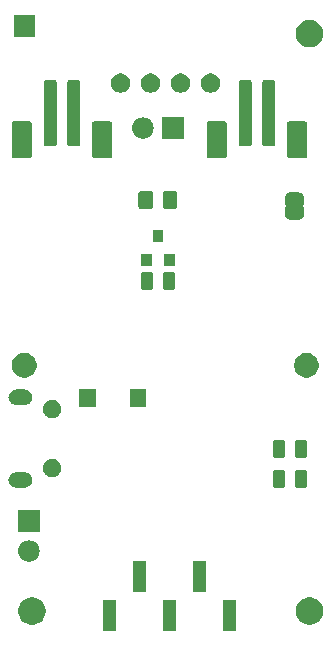
<source format=gbr>
G04 #@! TF.GenerationSoftware,KiCad,Pcbnew,(5.0.1)-4*
G04 #@! TF.CreationDate,2019-11-10T23:47:17+01:00*
G04 #@! TF.ProjectId,rak4260,72616B343236302E6B696361645F7063,0.3*
G04 #@! TF.SameCoordinates,Original*
G04 #@! TF.FileFunction,Soldermask,Bot*
G04 #@! TF.FilePolarity,Negative*
%FSLAX46Y46*%
G04 Gerber Fmt 4.6, Leading zero omitted, Abs format (unit mm)*
G04 Created by KiCad (PCBNEW (5.0.1)-4) date 10/11/2019 23:47:17*
%MOMM*%
%LPD*%
G01*
G04 APERTURE LIST*
%ADD10C,0.100000*%
G04 APERTURE END LIST*
D10*
G36*
X111295000Y-90591000D02*
X110193000Y-90591000D01*
X110193000Y-87979000D01*
X111295000Y-87979000D01*
X111295000Y-90591000D01*
X111295000Y-90591000D01*
G37*
G36*
X116375000Y-90591000D02*
X115273000Y-90591000D01*
X115273000Y-87979000D01*
X116375000Y-87979000D01*
X116375000Y-90591000D01*
X116375000Y-90591000D01*
G37*
G36*
X121455000Y-90591000D02*
X120353000Y-90591000D01*
X120353000Y-87979000D01*
X121455000Y-87979000D01*
X121455000Y-90591000D01*
X121455000Y-90591000D01*
G37*
G36*
X127970734Y-87793232D02*
X128180202Y-87879996D01*
X128368723Y-88005962D01*
X128529038Y-88166277D01*
X128655004Y-88354798D01*
X128741768Y-88564266D01*
X128786000Y-88786635D01*
X128786000Y-89013365D01*
X128741768Y-89235734D01*
X128655004Y-89445202D01*
X128529038Y-89633723D01*
X128368723Y-89794038D01*
X128180202Y-89920004D01*
X127970734Y-90006768D01*
X127748365Y-90051000D01*
X127521635Y-90051000D01*
X127299266Y-90006768D01*
X127089798Y-89920004D01*
X126901277Y-89794038D01*
X126740962Y-89633723D01*
X126614996Y-89445202D01*
X126528232Y-89235734D01*
X126484000Y-89013365D01*
X126484000Y-88786635D01*
X126528232Y-88564266D01*
X126614996Y-88354798D01*
X126740962Y-88166277D01*
X126901277Y-88005962D01*
X127089798Y-87879996D01*
X127299266Y-87793232D01*
X127521635Y-87749000D01*
X127748365Y-87749000D01*
X127970734Y-87793232D01*
X127970734Y-87793232D01*
G37*
G36*
X104475734Y-87793232D02*
X104685202Y-87879996D01*
X104873723Y-88005962D01*
X105034038Y-88166277D01*
X105160004Y-88354798D01*
X105246768Y-88564266D01*
X105291000Y-88786635D01*
X105291000Y-89013365D01*
X105246768Y-89235734D01*
X105160004Y-89445202D01*
X105034038Y-89633723D01*
X104873723Y-89794038D01*
X104685202Y-89920004D01*
X104475734Y-90006768D01*
X104253365Y-90051000D01*
X104026635Y-90051000D01*
X103804266Y-90006768D01*
X103594798Y-89920004D01*
X103406277Y-89794038D01*
X103245962Y-89633723D01*
X103119996Y-89445202D01*
X103033232Y-89235734D01*
X102989000Y-89013365D01*
X102989000Y-88786635D01*
X103033232Y-88564266D01*
X103119996Y-88354798D01*
X103245962Y-88166277D01*
X103406277Y-88005962D01*
X103594798Y-87879996D01*
X103804266Y-87793232D01*
X104026635Y-87749000D01*
X104253365Y-87749000D01*
X104475734Y-87793232D01*
X104475734Y-87793232D01*
G37*
G36*
X118915000Y-87281000D02*
X117813000Y-87281000D01*
X117813000Y-84669000D01*
X118915000Y-84669000D01*
X118915000Y-87281000D01*
X118915000Y-87281000D01*
G37*
G36*
X113835000Y-87281000D02*
X112733000Y-87281000D01*
X112733000Y-84669000D01*
X113835000Y-84669000D01*
X113835000Y-87281000D01*
X113835000Y-87281000D01*
G37*
G36*
X103996443Y-82925519D02*
X104062627Y-82932037D01*
X104175853Y-82966384D01*
X104232467Y-82983557D01*
X104371087Y-83057652D01*
X104388991Y-83067222D01*
X104424729Y-83096552D01*
X104526186Y-83179814D01*
X104609448Y-83281271D01*
X104638778Y-83317009D01*
X104638779Y-83317011D01*
X104722443Y-83473533D01*
X104722443Y-83473534D01*
X104773963Y-83643373D01*
X104791359Y-83820000D01*
X104773963Y-83996627D01*
X104739616Y-84109853D01*
X104722443Y-84166467D01*
X104648348Y-84305087D01*
X104638778Y-84322991D01*
X104609448Y-84358729D01*
X104526186Y-84460186D01*
X104424729Y-84543448D01*
X104388991Y-84572778D01*
X104388989Y-84572779D01*
X104232467Y-84656443D01*
X104191071Y-84669000D01*
X104062627Y-84707963D01*
X103996443Y-84714481D01*
X103930260Y-84721000D01*
X103841740Y-84721000D01*
X103775557Y-84714481D01*
X103709373Y-84707963D01*
X103580929Y-84669000D01*
X103539533Y-84656443D01*
X103383011Y-84572779D01*
X103383009Y-84572778D01*
X103347271Y-84543448D01*
X103245814Y-84460186D01*
X103162552Y-84358729D01*
X103133222Y-84322991D01*
X103123652Y-84305087D01*
X103049557Y-84166467D01*
X103032384Y-84109853D01*
X102998037Y-83996627D01*
X102980641Y-83820000D01*
X102998037Y-83643373D01*
X103049557Y-83473534D01*
X103049557Y-83473533D01*
X103133221Y-83317011D01*
X103133222Y-83317009D01*
X103162552Y-83281271D01*
X103245814Y-83179814D01*
X103347271Y-83096552D01*
X103383009Y-83067222D01*
X103400913Y-83057652D01*
X103539533Y-82983557D01*
X103596147Y-82966384D01*
X103709373Y-82932037D01*
X103775557Y-82925519D01*
X103841740Y-82919000D01*
X103930260Y-82919000D01*
X103996443Y-82925519D01*
X103996443Y-82925519D01*
G37*
G36*
X104787000Y-82181000D02*
X102985000Y-82181000D01*
X102985000Y-80379000D01*
X104787000Y-80379000D01*
X104787000Y-82181000D01*
X104787000Y-82181000D01*
G37*
G36*
X127293466Y-76977565D02*
X127332137Y-76989296D01*
X127367779Y-77008348D01*
X127399017Y-77033983D01*
X127424652Y-77065221D01*
X127443704Y-77100863D01*
X127455435Y-77139534D01*
X127460000Y-77185888D01*
X127460000Y-78262112D01*
X127455435Y-78308466D01*
X127443704Y-78347137D01*
X127424652Y-78382779D01*
X127399017Y-78414017D01*
X127367779Y-78439652D01*
X127332137Y-78458704D01*
X127293466Y-78470435D01*
X127247112Y-78475000D01*
X126595888Y-78475000D01*
X126549534Y-78470435D01*
X126510863Y-78458704D01*
X126475221Y-78439652D01*
X126443983Y-78414017D01*
X126418348Y-78382779D01*
X126399296Y-78347137D01*
X126387565Y-78308466D01*
X126383000Y-78262112D01*
X126383000Y-77185888D01*
X126387565Y-77139534D01*
X126399296Y-77100863D01*
X126418348Y-77065221D01*
X126443983Y-77033983D01*
X126475221Y-77008348D01*
X126510863Y-76989296D01*
X126549534Y-76977565D01*
X126595888Y-76973000D01*
X127247112Y-76973000D01*
X127293466Y-76977565D01*
X127293466Y-76977565D01*
G37*
G36*
X125418466Y-76977565D02*
X125457137Y-76989296D01*
X125492779Y-77008348D01*
X125524017Y-77033983D01*
X125549652Y-77065221D01*
X125568704Y-77100863D01*
X125580435Y-77139534D01*
X125585000Y-77185888D01*
X125585000Y-78262112D01*
X125580435Y-78308466D01*
X125568704Y-78347137D01*
X125549652Y-78382779D01*
X125524017Y-78414017D01*
X125492779Y-78439652D01*
X125457137Y-78458704D01*
X125418466Y-78470435D01*
X125372112Y-78475000D01*
X124720888Y-78475000D01*
X124674534Y-78470435D01*
X124635863Y-78458704D01*
X124600221Y-78439652D01*
X124568983Y-78414017D01*
X124543348Y-78382779D01*
X124524296Y-78347137D01*
X124512565Y-78308466D01*
X124508000Y-78262112D01*
X124508000Y-77185888D01*
X124512565Y-77139534D01*
X124524296Y-77100863D01*
X124543348Y-77065221D01*
X124568983Y-77033983D01*
X124600221Y-77008348D01*
X124635863Y-76989296D01*
X124674534Y-76977565D01*
X124720888Y-76973000D01*
X125372112Y-76973000D01*
X125418466Y-76977565D01*
X125418466Y-76977565D01*
G37*
G36*
X103570355Y-77147140D02*
X103634118Y-77153420D01*
X103715927Y-77178237D01*
X103756833Y-77190645D01*
X103853378Y-77242250D01*
X103869926Y-77251095D01*
X103969053Y-77332447D01*
X104050405Y-77431574D01*
X104050406Y-77431576D01*
X104110855Y-77544667D01*
X104110855Y-77544668D01*
X104148080Y-77667382D01*
X104160649Y-77795000D01*
X104148080Y-77922618D01*
X104123263Y-78004427D01*
X104110855Y-78045333D01*
X104057319Y-78145491D01*
X104050405Y-78158426D01*
X103969053Y-78257553D01*
X103869926Y-78338905D01*
X103869924Y-78338906D01*
X103756833Y-78399355D01*
X103715927Y-78411763D01*
X103634118Y-78436580D01*
X103570355Y-78442860D01*
X103538474Y-78446000D01*
X102774526Y-78446000D01*
X102742645Y-78442860D01*
X102678882Y-78436580D01*
X102597073Y-78411763D01*
X102556167Y-78399355D01*
X102443076Y-78338906D01*
X102443074Y-78338905D01*
X102343947Y-78257553D01*
X102262595Y-78158426D01*
X102255681Y-78145491D01*
X102202145Y-78045333D01*
X102189737Y-78004427D01*
X102164920Y-77922618D01*
X102152351Y-77795000D01*
X102164920Y-77667382D01*
X102202145Y-77544668D01*
X102202145Y-77544667D01*
X102262594Y-77431576D01*
X102262595Y-77431574D01*
X102343947Y-77332447D01*
X102443074Y-77251095D01*
X102459622Y-77242250D01*
X102556167Y-77190645D01*
X102597073Y-77178237D01*
X102678882Y-77153420D01*
X102742645Y-77147140D01*
X102774526Y-77144000D01*
X103538474Y-77144000D01*
X103570355Y-77147140D01*
X103570355Y-77147140D01*
G37*
G36*
X106082849Y-76048820D02*
X106082852Y-76048821D01*
X106082851Y-76048821D01*
X106224074Y-76107317D01*
X106224075Y-76107318D01*
X106351174Y-76192243D01*
X106459257Y-76300326D01*
X106459259Y-76300329D01*
X106544183Y-76427426D01*
X106589427Y-76536657D01*
X106602680Y-76568651D01*
X106632500Y-76718569D01*
X106632500Y-76871431D01*
X106602680Y-77021349D01*
X106602679Y-77021351D01*
X106544183Y-77162574D01*
X106544182Y-77162575D01*
X106459257Y-77289674D01*
X106351174Y-77397757D01*
X106351171Y-77397759D01*
X106224074Y-77482683D01*
X106114843Y-77527927D01*
X106082849Y-77541180D01*
X105932931Y-77571000D01*
X105780069Y-77571000D01*
X105630151Y-77541180D01*
X105598157Y-77527927D01*
X105488926Y-77482683D01*
X105361829Y-77397759D01*
X105361826Y-77397757D01*
X105253743Y-77289674D01*
X105168818Y-77162575D01*
X105168817Y-77162574D01*
X105110321Y-77021351D01*
X105110320Y-77021349D01*
X105080500Y-76871431D01*
X105080500Y-76718569D01*
X105110320Y-76568651D01*
X105123573Y-76536657D01*
X105168817Y-76427426D01*
X105253741Y-76300329D01*
X105253743Y-76300326D01*
X105361826Y-76192243D01*
X105488925Y-76107318D01*
X105488926Y-76107317D01*
X105630149Y-76048821D01*
X105630148Y-76048821D01*
X105630151Y-76048820D01*
X105780069Y-76019000D01*
X105932931Y-76019000D01*
X106082849Y-76048820D01*
X106082849Y-76048820D01*
G37*
G36*
X125418466Y-74437565D02*
X125457137Y-74449296D01*
X125492779Y-74468348D01*
X125524017Y-74493983D01*
X125549652Y-74525221D01*
X125568704Y-74560863D01*
X125580435Y-74599534D01*
X125585000Y-74645888D01*
X125585000Y-75722112D01*
X125580435Y-75768466D01*
X125568704Y-75807137D01*
X125549652Y-75842779D01*
X125524017Y-75874017D01*
X125492779Y-75899652D01*
X125457137Y-75918704D01*
X125418466Y-75930435D01*
X125372112Y-75935000D01*
X124720888Y-75935000D01*
X124674534Y-75930435D01*
X124635863Y-75918704D01*
X124600221Y-75899652D01*
X124568983Y-75874017D01*
X124543348Y-75842779D01*
X124524296Y-75807137D01*
X124512565Y-75768466D01*
X124508000Y-75722112D01*
X124508000Y-74645888D01*
X124512565Y-74599534D01*
X124524296Y-74560863D01*
X124543348Y-74525221D01*
X124568983Y-74493983D01*
X124600221Y-74468348D01*
X124635863Y-74449296D01*
X124674534Y-74437565D01*
X124720888Y-74433000D01*
X125372112Y-74433000D01*
X125418466Y-74437565D01*
X125418466Y-74437565D01*
G37*
G36*
X127293466Y-74437565D02*
X127332137Y-74449296D01*
X127367779Y-74468348D01*
X127399017Y-74493983D01*
X127424652Y-74525221D01*
X127443704Y-74560863D01*
X127455435Y-74599534D01*
X127460000Y-74645888D01*
X127460000Y-75722112D01*
X127455435Y-75768466D01*
X127443704Y-75807137D01*
X127424652Y-75842779D01*
X127399017Y-75874017D01*
X127367779Y-75899652D01*
X127332137Y-75918704D01*
X127293466Y-75930435D01*
X127247112Y-75935000D01*
X126595888Y-75935000D01*
X126549534Y-75930435D01*
X126510863Y-75918704D01*
X126475221Y-75899652D01*
X126443983Y-75874017D01*
X126418348Y-75842779D01*
X126399296Y-75807137D01*
X126387565Y-75768466D01*
X126383000Y-75722112D01*
X126383000Y-74645888D01*
X126387565Y-74599534D01*
X126399296Y-74560863D01*
X126418348Y-74525221D01*
X126443983Y-74493983D01*
X126475221Y-74468348D01*
X126510863Y-74449296D01*
X126549534Y-74437565D01*
X126595888Y-74433000D01*
X127247112Y-74433000D01*
X127293466Y-74437565D01*
X127293466Y-74437565D01*
G37*
G36*
X106082849Y-71048820D02*
X106082852Y-71048821D01*
X106082851Y-71048821D01*
X106224074Y-71107317D01*
X106349456Y-71191095D01*
X106351174Y-71192243D01*
X106459257Y-71300326D01*
X106459259Y-71300329D01*
X106544183Y-71427426D01*
X106589427Y-71536657D01*
X106602680Y-71568651D01*
X106632500Y-71718569D01*
X106632500Y-71871431D01*
X106602680Y-72021349D01*
X106602679Y-72021351D01*
X106544183Y-72162574D01*
X106544182Y-72162575D01*
X106459257Y-72289674D01*
X106351174Y-72397757D01*
X106351171Y-72397759D01*
X106224074Y-72482683D01*
X106114843Y-72527927D01*
X106082849Y-72541180D01*
X105932931Y-72571000D01*
X105780069Y-72571000D01*
X105630151Y-72541180D01*
X105598157Y-72527927D01*
X105488926Y-72482683D01*
X105361829Y-72397759D01*
X105361826Y-72397757D01*
X105253743Y-72289674D01*
X105168818Y-72162575D01*
X105168817Y-72162574D01*
X105110321Y-72021351D01*
X105110320Y-72021349D01*
X105080500Y-71871431D01*
X105080500Y-71718569D01*
X105110320Y-71568651D01*
X105123573Y-71536657D01*
X105168817Y-71427426D01*
X105253741Y-71300329D01*
X105253743Y-71300326D01*
X105361826Y-71192243D01*
X105363544Y-71191095D01*
X105488926Y-71107317D01*
X105630149Y-71048821D01*
X105630148Y-71048821D01*
X105630151Y-71048820D01*
X105780069Y-71019000D01*
X105932931Y-71019000D01*
X106082849Y-71048820D01*
X106082849Y-71048820D01*
G37*
G36*
X109534000Y-71652000D02*
X108162000Y-71652000D01*
X108162000Y-70080000D01*
X109534000Y-70080000D01*
X109534000Y-71652000D01*
X109534000Y-71652000D01*
G37*
G36*
X113834000Y-71652000D02*
X112462000Y-71652000D01*
X112462000Y-70080000D01*
X113834000Y-70080000D01*
X113834000Y-71652000D01*
X113834000Y-71652000D01*
G37*
G36*
X103570355Y-70147140D02*
X103634118Y-70153420D01*
X103715927Y-70178237D01*
X103756833Y-70190645D01*
X103856991Y-70244181D01*
X103869926Y-70251095D01*
X103969053Y-70332447D01*
X104050405Y-70431574D01*
X104050406Y-70431576D01*
X104110855Y-70544667D01*
X104110855Y-70544668D01*
X104148080Y-70667382D01*
X104160649Y-70795000D01*
X104148080Y-70922618D01*
X104123263Y-71004427D01*
X104110855Y-71045333D01*
X104077723Y-71107318D01*
X104050405Y-71158426D01*
X103969053Y-71257553D01*
X103869926Y-71338905D01*
X103869924Y-71338906D01*
X103756833Y-71399355D01*
X103715927Y-71411763D01*
X103634118Y-71436580D01*
X103570355Y-71442860D01*
X103538474Y-71446000D01*
X102774526Y-71446000D01*
X102742645Y-71442860D01*
X102678882Y-71436580D01*
X102597073Y-71411763D01*
X102556167Y-71399355D01*
X102443076Y-71338906D01*
X102443074Y-71338905D01*
X102343947Y-71257553D01*
X102262595Y-71158426D01*
X102235277Y-71107318D01*
X102202145Y-71045333D01*
X102189737Y-71004427D01*
X102164920Y-70922618D01*
X102152351Y-70795000D01*
X102164920Y-70667382D01*
X102202145Y-70544668D01*
X102202145Y-70544667D01*
X102262594Y-70431576D01*
X102262595Y-70431574D01*
X102343947Y-70332447D01*
X102443074Y-70251095D01*
X102456009Y-70244181D01*
X102556167Y-70190645D01*
X102597073Y-70178237D01*
X102678882Y-70153420D01*
X102742645Y-70147140D01*
X102774526Y-70144000D01*
X103538474Y-70144000D01*
X103570355Y-70147140D01*
X103570355Y-70147140D01*
G37*
G36*
X127687565Y-67085389D02*
X127878834Y-67164615D01*
X128050976Y-67279637D01*
X128197363Y-67426024D01*
X128312385Y-67598166D01*
X128391611Y-67789435D01*
X128432000Y-67992484D01*
X128432000Y-68199516D01*
X128391611Y-68402565D01*
X128312385Y-68593834D01*
X128197363Y-68765976D01*
X128050976Y-68912363D01*
X127878834Y-69027385D01*
X127687565Y-69106611D01*
X127484516Y-69147000D01*
X127277484Y-69147000D01*
X127074435Y-69106611D01*
X126883166Y-69027385D01*
X126711024Y-68912363D01*
X126564637Y-68765976D01*
X126449615Y-68593834D01*
X126370389Y-68402565D01*
X126330000Y-68199516D01*
X126330000Y-67992484D01*
X126370389Y-67789435D01*
X126449615Y-67598166D01*
X126564637Y-67426024D01*
X126711024Y-67279637D01*
X126883166Y-67164615D01*
X127074435Y-67085389D01*
X127277484Y-67045000D01*
X127484516Y-67045000D01*
X127687565Y-67085389D01*
X127687565Y-67085389D01*
G37*
G36*
X103787565Y-67085389D02*
X103978834Y-67164615D01*
X104150976Y-67279637D01*
X104297363Y-67426024D01*
X104412385Y-67598166D01*
X104491611Y-67789435D01*
X104532000Y-67992484D01*
X104532000Y-68199516D01*
X104491611Y-68402565D01*
X104412385Y-68593834D01*
X104297363Y-68765976D01*
X104150976Y-68912363D01*
X103978834Y-69027385D01*
X103787565Y-69106611D01*
X103584516Y-69147000D01*
X103377484Y-69147000D01*
X103174435Y-69106611D01*
X102983166Y-69027385D01*
X102811024Y-68912363D01*
X102664637Y-68765976D01*
X102549615Y-68593834D01*
X102470389Y-68402565D01*
X102430000Y-68199516D01*
X102430000Y-67992484D01*
X102470389Y-67789435D01*
X102549615Y-67598166D01*
X102664637Y-67426024D01*
X102811024Y-67279637D01*
X102983166Y-67164615D01*
X103174435Y-67085389D01*
X103377484Y-67045000D01*
X103584516Y-67045000D01*
X103787565Y-67085389D01*
X103787565Y-67085389D01*
G37*
G36*
X114242466Y-60213565D02*
X114281137Y-60225296D01*
X114316779Y-60244348D01*
X114348017Y-60269983D01*
X114373652Y-60301221D01*
X114392704Y-60336863D01*
X114404435Y-60375534D01*
X114409000Y-60421888D01*
X114409000Y-61498112D01*
X114404435Y-61544466D01*
X114392704Y-61583137D01*
X114373652Y-61618779D01*
X114348017Y-61650017D01*
X114316779Y-61675652D01*
X114281137Y-61694704D01*
X114242466Y-61706435D01*
X114196112Y-61711000D01*
X113544888Y-61711000D01*
X113498534Y-61706435D01*
X113459863Y-61694704D01*
X113424221Y-61675652D01*
X113392983Y-61650017D01*
X113367348Y-61618779D01*
X113348296Y-61583137D01*
X113336565Y-61544466D01*
X113332000Y-61498112D01*
X113332000Y-60421888D01*
X113336565Y-60375534D01*
X113348296Y-60336863D01*
X113367348Y-60301221D01*
X113392983Y-60269983D01*
X113424221Y-60244348D01*
X113459863Y-60225296D01*
X113498534Y-60213565D01*
X113544888Y-60209000D01*
X114196112Y-60209000D01*
X114242466Y-60213565D01*
X114242466Y-60213565D01*
G37*
G36*
X116117466Y-60213565D02*
X116156137Y-60225296D01*
X116191779Y-60244348D01*
X116223017Y-60269983D01*
X116248652Y-60301221D01*
X116267704Y-60336863D01*
X116279435Y-60375534D01*
X116284000Y-60421888D01*
X116284000Y-61498112D01*
X116279435Y-61544466D01*
X116267704Y-61583137D01*
X116248652Y-61618779D01*
X116223017Y-61650017D01*
X116191779Y-61675652D01*
X116156137Y-61694704D01*
X116117466Y-61706435D01*
X116071112Y-61711000D01*
X115419888Y-61711000D01*
X115373534Y-61706435D01*
X115334863Y-61694704D01*
X115299221Y-61675652D01*
X115267983Y-61650017D01*
X115242348Y-61618779D01*
X115223296Y-61583137D01*
X115211565Y-61544466D01*
X115207000Y-61498112D01*
X115207000Y-60421888D01*
X115211565Y-60375534D01*
X115223296Y-60336863D01*
X115242348Y-60301221D01*
X115267983Y-60269983D01*
X115299221Y-60244348D01*
X115334863Y-60225296D01*
X115373534Y-60213565D01*
X115419888Y-60209000D01*
X116071112Y-60209000D01*
X116117466Y-60213565D01*
X116117466Y-60213565D01*
G37*
G36*
X116209000Y-59667000D02*
X115307000Y-59667000D01*
X115307000Y-58665000D01*
X116209000Y-58665000D01*
X116209000Y-59667000D01*
X116209000Y-59667000D01*
G37*
G36*
X114309000Y-59667000D02*
X113407000Y-59667000D01*
X113407000Y-58665000D01*
X114309000Y-58665000D01*
X114309000Y-59667000D01*
X114309000Y-59667000D01*
G37*
G36*
X115259000Y-57667000D02*
X114357000Y-57667000D01*
X114357000Y-56665000D01*
X115259000Y-56665000D01*
X115259000Y-57667000D01*
X115259000Y-57667000D01*
G37*
G36*
X126627198Y-53409954D02*
X126639450Y-53410556D01*
X126657869Y-53410556D01*
X126680149Y-53412750D01*
X126764236Y-53429476D01*
X126785655Y-53435974D01*
X126864871Y-53468785D01*
X126884607Y-53479335D01*
X126955897Y-53526969D01*
X126973208Y-53541176D01*
X127033824Y-53601792D01*
X127048031Y-53619103D01*
X127095665Y-53690393D01*
X127106215Y-53710129D01*
X127139026Y-53789345D01*
X127145524Y-53810764D01*
X127162250Y-53894851D01*
X127164444Y-53917131D01*
X127164444Y-53935550D01*
X127165046Y-53947802D01*
X127166852Y-53966140D01*
X127166852Y-54453860D01*
X127165263Y-54469999D01*
X127162347Y-54479611D01*
X127157612Y-54488469D01*
X127151237Y-54496237D01*
X127138798Y-54506446D01*
X127128432Y-54513372D01*
X127111105Y-54530698D01*
X127097490Y-54551073D01*
X127088112Y-54573711D01*
X127083331Y-54597745D01*
X127083331Y-54622249D01*
X127088111Y-54646283D01*
X127097487Y-54668922D01*
X127111101Y-54689297D01*
X127128427Y-54706624D01*
X127138796Y-54713552D01*
X127151237Y-54723763D01*
X127157612Y-54731531D01*
X127162347Y-54740389D01*
X127165263Y-54750001D01*
X127166852Y-54766140D01*
X127166852Y-55253861D01*
X127165046Y-55272198D01*
X127164444Y-55284450D01*
X127164444Y-55302869D01*
X127162250Y-55325149D01*
X127145524Y-55409236D01*
X127139026Y-55430655D01*
X127106215Y-55509871D01*
X127095665Y-55529607D01*
X127048031Y-55600897D01*
X127033824Y-55618208D01*
X126973208Y-55678824D01*
X126955897Y-55693031D01*
X126884607Y-55740665D01*
X126864871Y-55751215D01*
X126785655Y-55784026D01*
X126764236Y-55790524D01*
X126680149Y-55807250D01*
X126657869Y-55809444D01*
X126639450Y-55809444D01*
X126627198Y-55810046D01*
X126608861Y-55811852D01*
X126121139Y-55811852D01*
X126102802Y-55810046D01*
X126090550Y-55809444D01*
X126072131Y-55809444D01*
X126049851Y-55807250D01*
X125965764Y-55790524D01*
X125944345Y-55784026D01*
X125865129Y-55751215D01*
X125845393Y-55740665D01*
X125774103Y-55693031D01*
X125756792Y-55678824D01*
X125696176Y-55618208D01*
X125681969Y-55600897D01*
X125634335Y-55529607D01*
X125623785Y-55509871D01*
X125590974Y-55430655D01*
X125584476Y-55409236D01*
X125567750Y-55325149D01*
X125565556Y-55302869D01*
X125565556Y-55284450D01*
X125564954Y-55272198D01*
X125563148Y-55253861D01*
X125563148Y-54766140D01*
X125564737Y-54750001D01*
X125567653Y-54740389D01*
X125572388Y-54731531D01*
X125578763Y-54723763D01*
X125591202Y-54713554D01*
X125601568Y-54706628D01*
X125618895Y-54689302D01*
X125632510Y-54668927D01*
X125641888Y-54646289D01*
X125646669Y-54622255D01*
X125646669Y-54597751D01*
X125641889Y-54573717D01*
X125632513Y-54551078D01*
X125618899Y-54530703D01*
X125601573Y-54513376D01*
X125591204Y-54506448D01*
X125578763Y-54496237D01*
X125572388Y-54488469D01*
X125567653Y-54479611D01*
X125564737Y-54469999D01*
X125563148Y-54453860D01*
X125563148Y-53966140D01*
X125564954Y-53947802D01*
X125565556Y-53935550D01*
X125565556Y-53917131D01*
X125567750Y-53894851D01*
X125584476Y-53810764D01*
X125590974Y-53789345D01*
X125623785Y-53710129D01*
X125634335Y-53690393D01*
X125681969Y-53619103D01*
X125696176Y-53601792D01*
X125756792Y-53541176D01*
X125774103Y-53526969D01*
X125845393Y-53479335D01*
X125865129Y-53468785D01*
X125944345Y-53435974D01*
X125965764Y-53429476D01*
X126049851Y-53412750D01*
X126072131Y-53410556D01*
X126090550Y-53410556D01*
X126102802Y-53409954D01*
X126121140Y-53408148D01*
X126608860Y-53408148D01*
X126627198Y-53409954D01*
X126627198Y-53409954D01*
G37*
G36*
X116287677Y-53355465D02*
X116325364Y-53366898D01*
X116360103Y-53385466D01*
X116390548Y-53410452D01*
X116415534Y-53440897D01*
X116434102Y-53475636D01*
X116445535Y-53513323D01*
X116450000Y-53558661D01*
X116450000Y-54645339D01*
X116445535Y-54690677D01*
X116434102Y-54728364D01*
X116415534Y-54763103D01*
X116390548Y-54793548D01*
X116360103Y-54818534D01*
X116325364Y-54837102D01*
X116287677Y-54848535D01*
X116242339Y-54853000D01*
X115405661Y-54853000D01*
X115360323Y-54848535D01*
X115322636Y-54837102D01*
X115287897Y-54818534D01*
X115257452Y-54793548D01*
X115232466Y-54763103D01*
X115213898Y-54728364D01*
X115202465Y-54690677D01*
X115198000Y-54645339D01*
X115198000Y-53558661D01*
X115202465Y-53513323D01*
X115213898Y-53475636D01*
X115232466Y-53440897D01*
X115257452Y-53410452D01*
X115287897Y-53385466D01*
X115322636Y-53366898D01*
X115360323Y-53355465D01*
X115405661Y-53351000D01*
X116242339Y-53351000D01*
X116287677Y-53355465D01*
X116287677Y-53355465D01*
G37*
G36*
X114237677Y-53355465D02*
X114275364Y-53366898D01*
X114310103Y-53385466D01*
X114340548Y-53410452D01*
X114365534Y-53440897D01*
X114384102Y-53475636D01*
X114395535Y-53513323D01*
X114400000Y-53558661D01*
X114400000Y-54645339D01*
X114395535Y-54690677D01*
X114384102Y-54728364D01*
X114365534Y-54763103D01*
X114340548Y-54793548D01*
X114310103Y-54818534D01*
X114275364Y-54837102D01*
X114237677Y-54848535D01*
X114192339Y-54853000D01*
X113355661Y-54853000D01*
X113310323Y-54848535D01*
X113272636Y-54837102D01*
X113237897Y-54818534D01*
X113207452Y-54793548D01*
X113182466Y-54763103D01*
X113163898Y-54728364D01*
X113152465Y-54690677D01*
X113148000Y-54645339D01*
X113148000Y-53558661D01*
X113152465Y-53513323D01*
X113163898Y-53475636D01*
X113182466Y-53440897D01*
X113207452Y-53410452D01*
X113237897Y-53385466D01*
X113272636Y-53366898D01*
X113310323Y-53355465D01*
X113355661Y-53351000D01*
X114192339Y-53351000D01*
X114237677Y-53355465D01*
X114237677Y-53355465D01*
G37*
G36*
X120495996Y-47447051D02*
X120529653Y-47457261D01*
X120560667Y-47473838D01*
X120587852Y-47496148D01*
X120610162Y-47523333D01*
X120626739Y-47554347D01*
X120636949Y-47588004D01*
X120641000Y-47629138D01*
X120641000Y-50358862D01*
X120636949Y-50399996D01*
X120626739Y-50433653D01*
X120610162Y-50464667D01*
X120587852Y-50491852D01*
X120560667Y-50514162D01*
X120529653Y-50530739D01*
X120495996Y-50540949D01*
X120454862Y-50545000D01*
X119125138Y-50545000D01*
X119084004Y-50540949D01*
X119050347Y-50530739D01*
X119019333Y-50514162D01*
X118992148Y-50491852D01*
X118969838Y-50464667D01*
X118953261Y-50433653D01*
X118943051Y-50399996D01*
X118939000Y-50358862D01*
X118939000Y-47629138D01*
X118943051Y-47588004D01*
X118953261Y-47554347D01*
X118969838Y-47523333D01*
X118992148Y-47496148D01*
X119019333Y-47473838D01*
X119050347Y-47457261D01*
X119084004Y-47447051D01*
X119125138Y-47443000D01*
X120454862Y-47443000D01*
X120495996Y-47447051D01*
X120495996Y-47447051D01*
G37*
G36*
X127295996Y-47447051D02*
X127329653Y-47457261D01*
X127360667Y-47473838D01*
X127387852Y-47496148D01*
X127410162Y-47523333D01*
X127426739Y-47554347D01*
X127436949Y-47588004D01*
X127441000Y-47629138D01*
X127441000Y-50358862D01*
X127436949Y-50399996D01*
X127426739Y-50433653D01*
X127410162Y-50464667D01*
X127387852Y-50491852D01*
X127360667Y-50514162D01*
X127329653Y-50530739D01*
X127295996Y-50540949D01*
X127254862Y-50545000D01*
X125925138Y-50545000D01*
X125884004Y-50540949D01*
X125850347Y-50530739D01*
X125819333Y-50514162D01*
X125792148Y-50491852D01*
X125769838Y-50464667D01*
X125753261Y-50433653D01*
X125743051Y-50399996D01*
X125739000Y-50358862D01*
X125739000Y-47629138D01*
X125743051Y-47588004D01*
X125753261Y-47554347D01*
X125769838Y-47523333D01*
X125792148Y-47496148D01*
X125819333Y-47473838D01*
X125850347Y-47457261D01*
X125884004Y-47447051D01*
X125925138Y-47443000D01*
X127254862Y-47443000D01*
X127295996Y-47447051D01*
X127295996Y-47447051D01*
G37*
G36*
X110785996Y-47447051D02*
X110819653Y-47457261D01*
X110850667Y-47473838D01*
X110877852Y-47496148D01*
X110900162Y-47523333D01*
X110916739Y-47554347D01*
X110926949Y-47588004D01*
X110931000Y-47629138D01*
X110931000Y-50358862D01*
X110926949Y-50399996D01*
X110916739Y-50433653D01*
X110900162Y-50464667D01*
X110877852Y-50491852D01*
X110850667Y-50514162D01*
X110819653Y-50530739D01*
X110785996Y-50540949D01*
X110744862Y-50545000D01*
X109415138Y-50545000D01*
X109374004Y-50540949D01*
X109340347Y-50530739D01*
X109309333Y-50514162D01*
X109282148Y-50491852D01*
X109259838Y-50464667D01*
X109243261Y-50433653D01*
X109233051Y-50399996D01*
X109229000Y-50358862D01*
X109229000Y-47629138D01*
X109233051Y-47588004D01*
X109243261Y-47554347D01*
X109259838Y-47523333D01*
X109282148Y-47496148D01*
X109309333Y-47473838D01*
X109340347Y-47457261D01*
X109374004Y-47447051D01*
X109415138Y-47443000D01*
X110744862Y-47443000D01*
X110785996Y-47447051D01*
X110785996Y-47447051D01*
G37*
G36*
X103985996Y-47447051D02*
X104019653Y-47457261D01*
X104050667Y-47473838D01*
X104077852Y-47496148D01*
X104100162Y-47523333D01*
X104116739Y-47554347D01*
X104126949Y-47588004D01*
X104131000Y-47629138D01*
X104131000Y-50358862D01*
X104126949Y-50399996D01*
X104116739Y-50433653D01*
X104100162Y-50464667D01*
X104077852Y-50491852D01*
X104050667Y-50514162D01*
X104019653Y-50530739D01*
X103985996Y-50540949D01*
X103944862Y-50545000D01*
X102615138Y-50545000D01*
X102574004Y-50540949D01*
X102540347Y-50530739D01*
X102509333Y-50514162D01*
X102482148Y-50491852D01*
X102459838Y-50464667D01*
X102443261Y-50433653D01*
X102433051Y-50399996D01*
X102429000Y-50358862D01*
X102429000Y-47629138D01*
X102433051Y-47588004D01*
X102443261Y-47554347D01*
X102459838Y-47523333D01*
X102482148Y-47496148D01*
X102509333Y-47473838D01*
X102540347Y-47457261D01*
X102574004Y-47447051D01*
X102615138Y-47443000D01*
X103944862Y-47443000D01*
X103985996Y-47447051D01*
X103985996Y-47447051D01*
G37*
G36*
X106059433Y-43947686D02*
X106099281Y-43959774D01*
X106136001Y-43979401D01*
X106168186Y-44005814D01*
X106194599Y-44037999D01*
X106214226Y-44074719D01*
X106226314Y-44114567D01*
X106231000Y-44162141D01*
X106231000Y-49325859D01*
X106226314Y-49373433D01*
X106214226Y-49413281D01*
X106194599Y-49450001D01*
X106168186Y-49482186D01*
X106136001Y-49508599D01*
X106099281Y-49528226D01*
X106059433Y-49540314D01*
X106011859Y-49545000D01*
X105348141Y-49545000D01*
X105300567Y-49540314D01*
X105260719Y-49528226D01*
X105223999Y-49508599D01*
X105191814Y-49482186D01*
X105165401Y-49450001D01*
X105145774Y-49413281D01*
X105133686Y-49373433D01*
X105129000Y-49325859D01*
X105129000Y-44162141D01*
X105133686Y-44114567D01*
X105145774Y-44074719D01*
X105165401Y-44037999D01*
X105191814Y-44005814D01*
X105223999Y-43979401D01*
X105260719Y-43959774D01*
X105300567Y-43947686D01*
X105348141Y-43943000D01*
X106011859Y-43943000D01*
X106059433Y-43947686D01*
X106059433Y-43947686D01*
G37*
G36*
X122569433Y-43947686D02*
X122609281Y-43959774D01*
X122646001Y-43979401D01*
X122678186Y-44005814D01*
X122704599Y-44037999D01*
X122724226Y-44074719D01*
X122736314Y-44114567D01*
X122741000Y-44162141D01*
X122741000Y-49325859D01*
X122736314Y-49373433D01*
X122724226Y-49413281D01*
X122704599Y-49450001D01*
X122678186Y-49482186D01*
X122646001Y-49508599D01*
X122609281Y-49528226D01*
X122569433Y-49540314D01*
X122521859Y-49545000D01*
X121858141Y-49545000D01*
X121810567Y-49540314D01*
X121770719Y-49528226D01*
X121733999Y-49508599D01*
X121701814Y-49482186D01*
X121675401Y-49450001D01*
X121655774Y-49413281D01*
X121643686Y-49373433D01*
X121639000Y-49325859D01*
X121639000Y-44162141D01*
X121643686Y-44114567D01*
X121655774Y-44074719D01*
X121675401Y-44037999D01*
X121701814Y-44005814D01*
X121733999Y-43979401D01*
X121770719Y-43959774D01*
X121810567Y-43947686D01*
X121858141Y-43943000D01*
X122521859Y-43943000D01*
X122569433Y-43947686D01*
X122569433Y-43947686D01*
G37*
G36*
X108059433Y-43947686D02*
X108099281Y-43959774D01*
X108136001Y-43979401D01*
X108168186Y-44005814D01*
X108194599Y-44037999D01*
X108214226Y-44074719D01*
X108226314Y-44114567D01*
X108231000Y-44162141D01*
X108231000Y-49325859D01*
X108226314Y-49373433D01*
X108214226Y-49413281D01*
X108194599Y-49450001D01*
X108168186Y-49482186D01*
X108136001Y-49508599D01*
X108099281Y-49528226D01*
X108059433Y-49540314D01*
X108011859Y-49545000D01*
X107348141Y-49545000D01*
X107300567Y-49540314D01*
X107260719Y-49528226D01*
X107223999Y-49508599D01*
X107191814Y-49482186D01*
X107165401Y-49450001D01*
X107145774Y-49413281D01*
X107133686Y-49373433D01*
X107129000Y-49325859D01*
X107129000Y-44162141D01*
X107133686Y-44114567D01*
X107145774Y-44074719D01*
X107165401Y-44037999D01*
X107191814Y-44005814D01*
X107223999Y-43979401D01*
X107260719Y-43959774D01*
X107300567Y-43947686D01*
X107348141Y-43943000D01*
X108011859Y-43943000D01*
X108059433Y-43947686D01*
X108059433Y-43947686D01*
G37*
G36*
X124569433Y-43947686D02*
X124609281Y-43959774D01*
X124646001Y-43979401D01*
X124678186Y-44005814D01*
X124704599Y-44037999D01*
X124724226Y-44074719D01*
X124736314Y-44114567D01*
X124741000Y-44162141D01*
X124741000Y-49325859D01*
X124736314Y-49373433D01*
X124724226Y-49413281D01*
X124704599Y-49450001D01*
X124678186Y-49482186D01*
X124646001Y-49508599D01*
X124609281Y-49528226D01*
X124569433Y-49540314D01*
X124521859Y-49545000D01*
X123858141Y-49545000D01*
X123810567Y-49540314D01*
X123770719Y-49528226D01*
X123733999Y-49508599D01*
X123701814Y-49482186D01*
X123675401Y-49450001D01*
X123655774Y-49413281D01*
X123643686Y-49373433D01*
X123639000Y-49325859D01*
X123639000Y-44162141D01*
X123643686Y-44114567D01*
X123655774Y-44074719D01*
X123675401Y-44037999D01*
X123701814Y-44005814D01*
X123733999Y-43979401D01*
X123770719Y-43959774D01*
X123810567Y-43947686D01*
X123858141Y-43943000D01*
X124521859Y-43943000D01*
X124569433Y-43947686D01*
X124569433Y-43947686D01*
G37*
G36*
X116979000Y-48907000D02*
X115177000Y-48907000D01*
X115177000Y-47105000D01*
X116979000Y-47105000D01*
X116979000Y-48907000D01*
X116979000Y-48907000D01*
G37*
G36*
X113648442Y-47111518D02*
X113714627Y-47118037D01*
X113827853Y-47152384D01*
X113884467Y-47169557D01*
X114023087Y-47243652D01*
X114040991Y-47253222D01*
X114076729Y-47282552D01*
X114178186Y-47365814D01*
X114258143Y-47463243D01*
X114290778Y-47503009D01*
X114290779Y-47503011D01*
X114374443Y-47659533D01*
X114374443Y-47659534D01*
X114425963Y-47829373D01*
X114443359Y-48006000D01*
X114425963Y-48182627D01*
X114391616Y-48295853D01*
X114374443Y-48352467D01*
X114300348Y-48491087D01*
X114290778Y-48508991D01*
X114261448Y-48544729D01*
X114178186Y-48646186D01*
X114076729Y-48729448D01*
X114040991Y-48758778D01*
X114040989Y-48758779D01*
X113884467Y-48842443D01*
X113827853Y-48859616D01*
X113714627Y-48893963D01*
X113648443Y-48900481D01*
X113582260Y-48907000D01*
X113493740Y-48907000D01*
X113427558Y-48900482D01*
X113361373Y-48893963D01*
X113248147Y-48859616D01*
X113191533Y-48842443D01*
X113035011Y-48758779D01*
X113035009Y-48758778D01*
X112999271Y-48729448D01*
X112897814Y-48646186D01*
X112814552Y-48544729D01*
X112785222Y-48508991D01*
X112775652Y-48491087D01*
X112701557Y-48352467D01*
X112684384Y-48295853D01*
X112650037Y-48182627D01*
X112632641Y-48006000D01*
X112650037Y-47829373D01*
X112701557Y-47659534D01*
X112701557Y-47659533D01*
X112785221Y-47503011D01*
X112785222Y-47503009D01*
X112817857Y-47463243D01*
X112897814Y-47365814D01*
X112999271Y-47282552D01*
X113035009Y-47253222D01*
X113052913Y-47243652D01*
X113191533Y-47169557D01*
X113248147Y-47152384D01*
X113361373Y-47118037D01*
X113427558Y-47111518D01*
X113493740Y-47105000D01*
X113582260Y-47105000D01*
X113648442Y-47111518D01*
X113648442Y-47111518D01*
G37*
G36*
X116950142Y-43414242D02*
X117098102Y-43475530D01*
X117231258Y-43564502D01*
X117344498Y-43677742D01*
X117433470Y-43810898D01*
X117494758Y-43958858D01*
X117526000Y-44115925D01*
X117526000Y-44276075D01*
X117494758Y-44433142D01*
X117433470Y-44581102D01*
X117344498Y-44714258D01*
X117231258Y-44827498D01*
X117098102Y-44916470D01*
X116950142Y-44977758D01*
X116793075Y-45009000D01*
X116632925Y-45009000D01*
X116475858Y-44977758D01*
X116327898Y-44916470D01*
X116194742Y-44827498D01*
X116081502Y-44714258D01*
X115992530Y-44581102D01*
X115931242Y-44433142D01*
X115900000Y-44276075D01*
X115900000Y-44115925D01*
X115931242Y-43958858D01*
X115992530Y-43810898D01*
X116081502Y-43677742D01*
X116194742Y-43564502D01*
X116327898Y-43475530D01*
X116475858Y-43414242D01*
X116632925Y-43383000D01*
X116793075Y-43383000D01*
X116950142Y-43414242D01*
X116950142Y-43414242D01*
G37*
G36*
X119490142Y-43414242D02*
X119638102Y-43475530D01*
X119771258Y-43564502D01*
X119884498Y-43677742D01*
X119973470Y-43810898D01*
X120034758Y-43958858D01*
X120066000Y-44115925D01*
X120066000Y-44276075D01*
X120034758Y-44433142D01*
X119973470Y-44581102D01*
X119884498Y-44714258D01*
X119771258Y-44827498D01*
X119638102Y-44916470D01*
X119490142Y-44977758D01*
X119333075Y-45009000D01*
X119172925Y-45009000D01*
X119015858Y-44977758D01*
X118867898Y-44916470D01*
X118734742Y-44827498D01*
X118621502Y-44714258D01*
X118532530Y-44581102D01*
X118471242Y-44433142D01*
X118440000Y-44276075D01*
X118440000Y-44115925D01*
X118471242Y-43958858D01*
X118532530Y-43810898D01*
X118621502Y-43677742D01*
X118734742Y-43564502D01*
X118867898Y-43475530D01*
X119015858Y-43414242D01*
X119172925Y-43383000D01*
X119333075Y-43383000D01*
X119490142Y-43414242D01*
X119490142Y-43414242D01*
G37*
G36*
X114410142Y-43414242D02*
X114558102Y-43475530D01*
X114691258Y-43564502D01*
X114804498Y-43677742D01*
X114893470Y-43810898D01*
X114954758Y-43958858D01*
X114986000Y-44115925D01*
X114986000Y-44276075D01*
X114954758Y-44433142D01*
X114893470Y-44581102D01*
X114804498Y-44714258D01*
X114691258Y-44827498D01*
X114558102Y-44916470D01*
X114410142Y-44977758D01*
X114253075Y-45009000D01*
X114092925Y-45009000D01*
X113935858Y-44977758D01*
X113787898Y-44916470D01*
X113654742Y-44827498D01*
X113541502Y-44714258D01*
X113452530Y-44581102D01*
X113391242Y-44433142D01*
X113360000Y-44276075D01*
X113360000Y-44115925D01*
X113391242Y-43958858D01*
X113452530Y-43810898D01*
X113541502Y-43677742D01*
X113654742Y-43564502D01*
X113787898Y-43475530D01*
X113935858Y-43414242D01*
X114092925Y-43383000D01*
X114253075Y-43383000D01*
X114410142Y-43414242D01*
X114410142Y-43414242D01*
G37*
G36*
X111870142Y-43414242D02*
X112018102Y-43475530D01*
X112151258Y-43564502D01*
X112264498Y-43677742D01*
X112353470Y-43810898D01*
X112414758Y-43958858D01*
X112446000Y-44115925D01*
X112446000Y-44276075D01*
X112414758Y-44433142D01*
X112353470Y-44581102D01*
X112264498Y-44714258D01*
X112151258Y-44827498D01*
X112018102Y-44916470D01*
X111870142Y-44977758D01*
X111713075Y-45009000D01*
X111552925Y-45009000D01*
X111395858Y-44977758D01*
X111247898Y-44916470D01*
X111114742Y-44827498D01*
X111001502Y-44714258D01*
X110912530Y-44581102D01*
X110851242Y-44433142D01*
X110820000Y-44276075D01*
X110820000Y-44115925D01*
X110851242Y-43958858D01*
X110912530Y-43810898D01*
X111001502Y-43677742D01*
X111114742Y-43564502D01*
X111247898Y-43475530D01*
X111395858Y-43414242D01*
X111552925Y-43383000D01*
X111713075Y-43383000D01*
X111870142Y-43414242D01*
X111870142Y-43414242D01*
G37*
G36*
X127970734Y-38898232D02*
X128180202Y-38984996D01*
X128368723Y-39110962D01*
X128529038Y-39271277D01*
X128655004Y-39459798D01*
X128741768Y-39669266D01*
X128786000Y-39891635D01*
X128786000Y-40118365D01*
X128741768Y-40340734D01*
X128655004Y-40550202D01*
X128529038Y-40738723D01*
X128368723Y-40899038D01*
X128180202Y-41025004D01*
X127970734Y-41111768D01*
X127748365Y-41156000D01*
X127521635Y-41156000D01*
X127299266Y-41111768D01*
X127089798Y-41025004D01*
X126901277Y-40899038D01*
X126740962Y-40738723D01*
X126614996Y-40550202D01*
X126528232Y-40340734D01*
X126484000Y-40118365D01*
X126484000Y-39891635D01*
X126528232Y-39669266D01*
X126614996Y-39459798D01*
X126740962Y-39271277D01*
X126901277Y-39110962D01*
X127089798Y-38984996D01*
X127299266Y-38898232D01*
X127521635Y-38854000D01*
X127748365Y-38854000D01*
X127970734Y-38898232D01*
X127970734Y-38898232D01*
G37*
G36*
X104406000Y-40271000D02*
X102604000Y-40271000D01*
X102604000Y-38469000D01*
X104406000Y-38469000D01*
X104406000Y-40271000D01*
X104406000Y-40271000D01*
G37*
M02*

</source>
